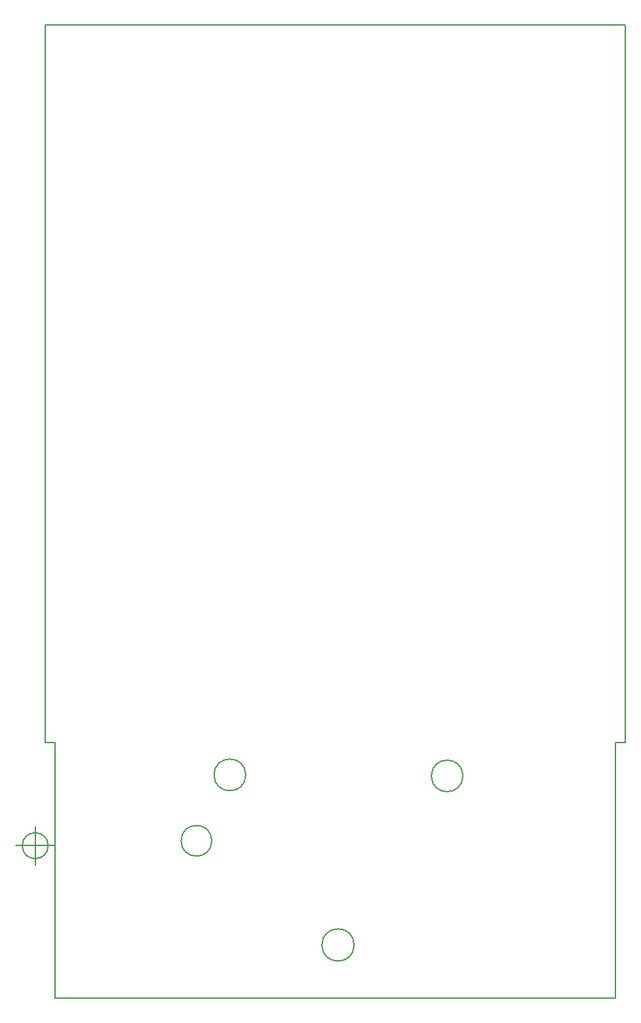
<source format=gm1>
G04 #@! TF.GenerationSoftware,KiCad,Pcbnew,(5.1.8)-1*
G04 #@! TF.CreationDate,2021-04-09T23:43:51+09:00*
G04 #@! TF.ProjectId,windsynyh5,77696e64-7379-46e7-9968-352e6b696361,rev?*
G04 #@! TF.SameCoordinates,Original*
G04 #@! TF.FileFunction,Profile,NP*
%FSLAX46Y46*%
G04 Gerber Fmt 4.6, Leading zero omitted, Abs format (unit mm)*
G04 Created by KiCad (PCBNEW (5.1.8)-1) date 2021-04-09 23:43:51*
%MOMM*%
%LPD*%
G01*
G04 APERTURE LIST*
G04 #@! TA.AperFunction,Profile*
%ADD10C,0.150000*%
G04 #@! TD*
G04 APERTURE END LIST*
D10*
X183515000Y-184785000D02*
X182880000Y-184785000D01*
X183515000Y-151765000D02*
X183515000Y-184785000D01*
X184785000Y-151765000D02*
X183515000Y-151765000D01*
X111125000Y-184785000D02*
X111760000Y-184785000D01*
X111125000Y-151765000D02*
X111125000Y-184785000D01*
X109855000Y-151765000D02*
X111125000Y-151765000D01*
X131396803Y-164465000D02*
G75*
G03*
X131396803Y-164465000I-1983803J0D01*
G01*
X149783955Y-177927000D02*
G75*
G03*
X149783955Y-177927000I-2082955J0D01*
G01*
X163833965Y-156083000D02*
G75*
G03*
X163833965Y-156083000I-2035965J0D01*
G01*
X135778813Y-155956000D02*
G75*
G03*
X135778813Y-155956000I-2047813J0D01*
G01*
X182880000Y-184785000D02*
X181610000Y-184785000D01*
X111760000Y-184785000D02*
X113030000Y-184785000D01*
X113030000Y-184785000D02*
X181610000Y-184785000D01*
X110251666Y-165100000D02*
G75*
G03*
X110251666Y-165100000I-1666666J0D01*
G01*
X106085000Y-165100000D02*
X111085000Y-165100000D01*
X108585000Y-162600000D02*
X108585000Y-167600000D01*
X109855000Y-59055000D02*
X109855000Y-151765000D01*
X184785000Y-59055000D02*
X109855000Y-59055000D01*
X184785000Y-151765000D02*
X184785000Y-59055000D01*
M02*

</source>
